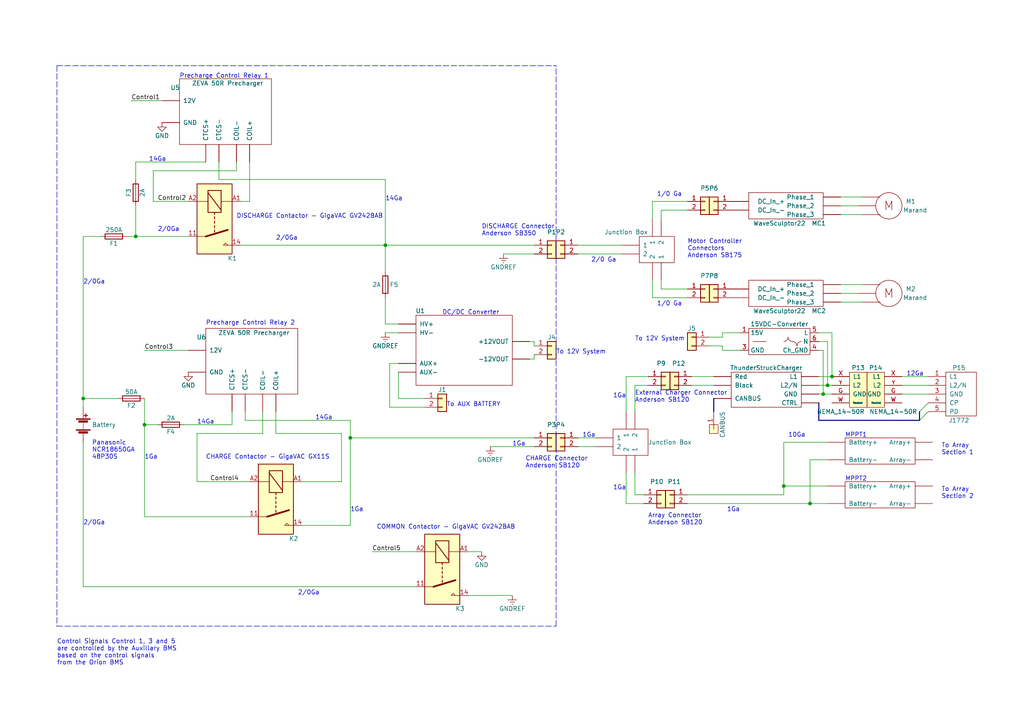
<source format=kicad_sch>
(kicad_sch (version 20211123) (generator eeschema)
  (paper "A4")
  (title_block (title "Generation 5 High Voltage Schematic") (date "2022-03-26") (rev "F") (company "University of Calgary Solar Car Team") (comment 1 "Last Modified by: Andy Smit"))
  (lib_symbols
    (symbol "15VDC-Converter:15VDC-Converter"
      (property "Value" "15VDC-Converter" (at 0 7.62 0))
      (symbol "15VDC-Converter_0_1"
        (rectangle (start -8.89 3.81) (end 8.89 -3.81))
        (polyline (pts (xy -7.62 0) (xy -3.81 0)))
        (arc (start 1.27 0) (mid 3.438 -0.898) (end 2.54 1.27))
        (arc (start 2.54 1.27) (mid 1.642 -0.898) (end 3.81 0))
        (arc (start 5.08 -1.27) (mid 5.978 0.898) (end 3.81 0))
        (arc (start 6.35 0) (mid 4.182 0.898) (end 5.08 -1.27))
      )
      (symbol "15VDC-Converter_1_1"
        (pin input line (at -11.43 2.54 0) (length 2.54) (name "15V") (number "1"))
        (pin input line (at -11.43 -2.54 0) (length 2.54) (name "GND") (number "3"))
        (pin input line (at 11.43 -2.54 180) (length 2.54) (name "Ch_GND") (number "4"))
        (pin input line (at 11.43 2.54 180) (length 2.54) (name "L") (number "5"))
        (pin input line (at 11.43 0 180) (length 2.54) (name "N") (number "6"))
      )
    )
    (symbol "CANBUS:CANBUS" (pin_names (offset 1.016))
      (property "Value" "CANBUS" (at 0 0 0))
      (symbol "CANBUS_0_1"
        (rectangle (start 1.27 -3.81) (end -1.27 -1.27) (fill (type background)))
      )
      (symbol "CANBUS_1_1"
        (pin passive line (at 0 -2.54 0) (length 5.08) (name "~") (number "1"))
      )
    )
    (symbol "Connector_Generic:Conn_01x02" (pin_names (offset 1.016) hide)
      (property "Reference" "J" (at 0 2.54 0))
      (property "Value" "Conn_01x02" (at 0 -5.08 0))
      (symbol "Conn_01x02_1_1"
        (rectangle (start -1.27 -2.413) (end 0 -2.667) (stroke (width 0.1524)))
        (rectangle (start -1.27 0.127) (end 0 -0.127) (stroke (width 0.1524)))
        (rectangle (start -1.27 1.27) (end 1.27 -3.81) (stroke (width 0.254)) (fill (type background)))
        (pin passive line (at -5.08 0 0) (length 3.81) (name "Pin_1") (number "1"))
        (pin passive line (at -5.08 -2.54 0) (length 3.81) (name "Pin_2") (number "2"))
      )
    )
    (symbol "Device:Battery" (pin_numbers hide) (pin_names (offset 0) hide)
      (property "Reference" "BT" (at 2.54 2.54 0))
      (property "Value" "Battery" (at 2.54 0 0))
      (symbol "Battery_0_1"
        (rectangle (start -2.032 -1.397) (end 2.032 -1.651) (fill (type outline)))
        (rectangle (start -2.032 1.778) (end 2.032 1.524) (fill (type outline)))
        (rectangle (start -1.3208 -1.9812) (end 1.27 -2.4892) (fill (type outline)))
        (rectangle (start -1.3208 1.1938) (end 1.27 0.6858) (fill (type outline)))
        (polyline (pts (xy 0 -1.524) (xy 0 -1.27)))
        (polyline (pts (xy 0 -1.016) (xy 0 -0.762)))
        (polyline (pts (xy 0 -0.508) (xy 0 -0.254)))
        (polyline (pts (xy 0 0) (xy 0 0.254)))
        (polyline (pts (xy 0 0.508) (xy 0 0.762)))
        (polyline (pts (xy 0 1.778) (xy 0 2.54)))
        (polyline (pts (xy 0.254 2.667) (xy 1.27 2.667)) (stroke (width 0.254)))
        (polyline (pts (xy 0.762 3.175) (xy 0.762 2.159)) (stroke (width 0.254)))
      )
      (symbol "Battery_1_1"
        (pin passive line (at 0 5.08 270) (length 2.54) (name "+") (number "1"))
        (pin passive line (at 0 -5.08 90) (length 2.54) (name "-") (number "2"))
      )
    )
    (symbol "Device:Fuse" (pin_numbers hide) (pin_names (offset 0))
      (property "Reference" "F" (at 2.032 0 90))
      (property "Value" "Fuse" (at -1.905 0 90))
      (symbol "Fuse_0_1"
        (rectangle (start -0.762 -2.54) (end 0.762 2.54) (stroke (width 0.254)))
        (polyline (pts (xy 0 2.54) (xy 0 -2.54)))
      )
      (symbol "Fuse_1_1"
        (pin passive line (at 0 3.81 270) (length 1.27) (name "~") (number "1"))
        (pin passive line (at 0 -3.81 90) (length 1.27) (name "~") (number "2"))
      )
    )
    (symbol "HV_Schematic-rescue:PreCharger-RESCUE-HV_Schematic" (pin_names (offset 1.016))
      (property "Reference" "U" (at -12.7 10.16 0))
      (property "Value" "PreCharger-RESCUE-HV_Schematic" (at -1.27 10.16 0))
      (symbol "PreCharger-RESCUE-HV_Schematic_0_1"
        (rectangle (start -13.97 8.89) (end 12.7 -10.16))
      )
      (symbol "PreCharger-RESCUE-HV_Schematic_1_1"
        (pin input line (at -19.05 2.54 0) (length 5.08) (name "12V") (number "~"))
        (pin input line (at 6.35 -15.24 90) (length 5.08) (name "COIL+") (number "~"))
        (pin input line (at 2.54 -15.24 90) (length 5.08) (name "COIL-") (number "~"))
        (pin input line (at -6.35 -15.24 90) (length 5.08) (name "CTCS+") (number "~"))
        (pin input line (at -2.54 -15.24 90) (length 5.08) (name "CTCS-") (number "~"))
        (pin input line (at -19.05 -3.81 0) (length 5.08) (name "GND") (number "~"))
      )
    )
    (symbol "Relay:FINDER-32.21-x300"
      (property "Reference" "K" (at 11.43 3.81 0))
      (property "Value" "FINDER-32.21-x300" (at 11.43 1.27 0))
      (symbol "FINDER-32.21-x300_0_1"
        (rectangle (start -10.16 5.08) (end 10.16 -5.08) (stroke (width 0.254)) (fill (type background)))
        (rectangle (start -8.255 1.905) (end -1.905 -1.905) (stroke (width 0.254)))
        (polyline (pts (xy -7.62 -1.905) (xy -2.54 1.905)) (stroke (width 0.254)))
        (polyline (pts (xy -5.08 -5.08) (xy -5.08 -1.905)))
        (polyline (pts (xy -5.08 5.08) (xy -5.08 1.905)))
        (polyline (pts (xy -1.905 0) (xy -1.27 0)) (stroke (width 0.254)))
        (polyline (pts (xy -0.635 0) (xy 0 0)) (stroke (width 0.254)))
        (polyline (pts (xy 0.635 0) (xy 1.27 0)) (stroke (width 0.254)))
        (polyline (pts (xy 1.905 0) (xy 2.54 0)) (stroke (width 0.254)))
        (polyline (pts (xy 3.175 0) (xy 3.81 0)) (stroke (width 0.254)))
        (polyline (pts (xy 5.08 -2.54) (xy 3.175 3.81)) (stroke (width 0.508)))
        (polyline (pts (xy 5.08 -2.54) (xy 5.08 -5.08)))
        (polyline (pts (xy 7.62 5.08) (xy 7.62 2.54) (xy 6.985 3.175) (xy 7.62 3.81)))
      )
      (symbol "FINDER-32.21-x300_1_1"
        (pin passive line (at 5.08 -7.62 90) (length 2.54) (name "~") (number "11"))
        (pin passive line (at 7.62 7.62 270) (length 2.54) (name "~") (number "14"))
        (pin passive line (at -5.08 7.62 270) (length 2.54) (name "~") (number "A1"))
        (pin passive line (at -5.08 -7.62 90) (length 2.54) (name "~") (number "A2"))
      )
    )
    (symbol "connectors:J1772" (pin_names (offset 1.016))
      (property "Reference" "P" (at 2.54 0 0))
      (property "Value" "J1772" (at 2.54 -15.24 0))
      (symbol "J1772_0_1"
        (rectangle (start -1.27 -1.27) (end 7.62 -13.97))
      )
      (symbol "J1772_1_1"
        (pin input line (at -6.35 -2.54 0) (length 5.08) (name "L1") (number "1"))
        (pin input line (at -6.35 -5.08 0) (length 5.08) (name "L2/N") (number "2"))
        (pin input line (at -6.35 -7.62 0) (length 5.08) (name "GND") (number "3"))
        (pin input line (at -6.35 -10.16 0) (length 5.08) (name "CP") (number "4"))
        (pin input line (at -6.35 -12.7 0) (length 5.08) (name "PD") (number "5"))
      )
    )
    (symbol "connectors:NEMA_14-50R" (pin_names (offset 1.016))
      (property "Value" "NEMA_14-50R" (at 0 -6.35 0))
      (symbol "NEMA_14-50R_0_1"
        (rectangle (start -2.54 -5.08) (end 2.54 5.08) (fill (type background)))
      )
      (symbol "NEMA_14-50R_1_1"
        (pin input line (at -7.62 -1.27 0) (length 5.0038) (name "GND") (number "G"))
        (pin input line (at -7.62 -3.81 0) (length 5.0038) (name "Neutral") (number "W"))
        (pin input line (at -7.62 3.81 0) (length 5.08) (name "L1") (number "X"))
        (pin input line (at -7.62 1.27 0) (length 5.0038) (name "L2") (number "Y"))
      )
    )
    (symbol "dc:DC_DC" (pin_names (offset 1.016))
      (property "Reference" "U1" (at -13.97 13.97 0))
      (property "Value" "dc_DC_DC" (at -12.7 11.43 0))
      (symbol "DC_DC_0_1"
        (rectangle (start -15.24 10.16) (end 12.7 -10.16))
      )
      (symbol "DC_DC_1_1"
        (pin input line (at 17.78 2.54 180) (length 5.08) (name "+12VOUT") (number "~"))
        (pin input line (at 17.78 -2.54 180) (length 5.08) (name "-12VOUT") (number "~"))
        (pin input line (at -20.32 -3.81 0) (length 5.08) (name "AUX+") (number "~"))
        (pin input line (at -20.32 -6.35 0) (length 5.08) (name "AUX-") (number "~"))
        (pin input line (at -20.32 7.62 0) (length 5.08) (name "HV+") (number "~"))
        (pin input line (at -20.32 5.08 0) (length 5.08) (name "HV-") (number "~"))
      )
    )
    (symbol "junctionbox:JunctionBox" (pin_names (offset 1.016))
      (property "Reference" "J" (at 6.35 2.54 0))
      (property "Value" "JunctionBox" (at 11.43 0 0))
      (symbol "JunctionBox_0_1"
        (rectangle (start -5.08 3.81) (end 5.08 -3.81))
      )
      (symbol "JunctionBox_1_1"
        (pin input line (at -10.16 1.27 0) (length 5.08) (name "1") (number "~"))
        (pin input line (at -1.27 8.89 270) (length 5.08) (name "1") (number "~"))
        (pin input line (at 1.27 -8.89 90) (length 5.08) (name "1") (number "~"))
        (pin input line (at -10.16 -1.27 0) (length 5.08) (name "2") (number "~"))
        (pin input line (at -1.27 -8.89 90) (length 5.08) (name "2") (number "~"))
        (pin input line (at 1.27 8.89 270) (length 5.08) (name "2") (number "~"))
      )
    )
    (symbol "marand:Marand" (pin_names (offset 1.016))
      (property "Reference" "M" (at 6.35 1.27 0))
      (property "Value" "Marand" (at 7.62 -1.27 0))
      (symbol "Marand_0_0"
        (text "M" (at 0 0 0) (effects (font (size 2.54 2.54))))
      )
      (symbol "Marand_0_1"
        (circle (center 0 0) (radius 3.81))
      )
      (symbol "Marand_1_1"
        (pin input line (at -8.89 0 0) (length 5.08) (name "~") (number "~"))
        (pin input line (at -7.62 -2.54 0) (length 5.08) (name "~") (number "~"))
        (pin input line (at -7.62 2.54 0) (length 5.08) (name "~") (number "~"))
      )
    )
    (symbol "mppt:MPPT" (pin_names (offset 1.016))
      (property "Reference" "U" (at -1.27 8.89 0))
      (property "Value" "MPPT" (at 0 6.35 0))
      (symbol "MPPT_0_0"
        (rectangle (start -8.89 -3.81) (end 11.43 3.81))
      )
      (symbol "MPPT_1_1"
        (pin input line (at 16.51 2.54 180) (length 5.08) (name "Array+") (number "~"))
        (pin input line (at 16.51 -2.54 180) (length 5.08) (name "Array-") (number "~"))
        (pin input line (at -13.97 2.54 0) (length 5.08) (name "Battery+") (number "~"))
        (pin input line (at -13.97 -2.54 0) (length 5.08) (name "Battery-") (number "~"))
      )
    )
    (symbol "power:GND" (power) (pin_names (offset 0))
      (property "Value" "GND" (at 0 -3.81 0))
      (symbol "GND_0_1"
        (polyline (pts (xy 0 0) (xy 0 -1.27) (xy 1.27 -1.27) (xy 0 -2.54) (xy -1.27 -1.27) (xy 0 -1.27)))
      )
      (symbol "GND_1_1"
        (pin power_in line (at 0 0 270) (length 0) hide (name "GND") (number "1"))
      )
    )
    (symbol "power:GNDREF" (power) (pin_names (offset 0))
      (property "Value" "GNDREF" (at 0 -3.81 0))
      (symbol "GNDREF_0_1"
        (polyline (pts (xy -0.635 -1.905) (xy 0.635 -1.905)))
        (polyline (pts (xy -0.127 -2.54) (xy 0.127 -2.54)))
        (polyline (pts (xy 0 -1.27) (xy 0 0)))
        (polyline (pts (xy 1.27 -1.27) (xy -1.27 -1.27)))
      )
      (symbol "GNDREF_1_1"
        (pin power_in line (at 0 0 270) (length 0) hide (name "GNDREF") (number "1"))
      )
    )
    (symbol "thunderstruckcharger:ThunderStruckCharger" (pin_names (offset 1.016))
      (property "Value" "ThunderStruckCharger" (at -5.08 -3.81 0))
      (symbol "ThunderStruckCharger_0_1"
        (rectangle (start -15.24 -5.08) (end 5.08 -15.24))
      )
      (symbol "ThunderStruckCharger_1_1"
        (pin input line (at -20.32 -8.89 0) (length 5.08) (name "Black") (number "~"))
        (pin input line (at -20.32 -12.7 0) (length 5.08) (name "CANBUS") (number "~"))
        (pin input line (at 10.16 -13.97 180) (length 5.08) (name "CTRL") (number "~"))
        (pin input line (at 10.16 -11.43 180) (length 5.08) (name "GND") (number "~"))
        (pin input line (at 10.16 -6.35 180) (length 5.08) (name "L1") (number "~"))
        (pin input line (at 10.16 -8.89 180) (length 5.08) (name "L2/N") (number "~"))
        (pin input line (at -20.32 -6.35 0) (length 5.08) (name "Red") (number "~"))
      )
    )
    (symbol "wavesculptor22:WaveSculptor22" (pin_names (offset 2.54))
      (property "Reference" "MC" (at 10.16 -5.08 0))
      (property "Value" "WaveSculptor22" (at -1.27 -5.08 0))
      (symbol "WaveSculptor22_0_1"
        (rectangle (start -10.16 3.81) (end 11.43 -3.81))
      )
      (symbol "WaveSculptor22_1_1"
        (pin input line (at -15.24 1.27 0) (length 5.08) (name "DC_In_+") (number "~"))
        (pin input line (at -15.24 -1.27 0) (length 5.08) (name "DC_In_-") (number "~"))
        (pin input line (at 16.51 2.54 180) (length 5.08) (name "Phase_1") (number "~"))
        (pin input line (at 16.51 0 180) (length 5.08) (name "Phase_2") (number "~"))
        (pin input line (at 16.51 -2.54 180) (length 5.08) (name "Phase_3") (number "~"))
      )
    )
  )
  (junction (at 238.76 114.3))
  (junction (at 111.76 71.12))
  (junction (at 227.33 140.97))
  (junction (at 241.3 109.22))
  (junction (at 24.13 115.57))
  (junction (at 39.37 68.58))
  (junction (at 101.6 127))
  (junction (at 234.95 146.05))
  (junction (at 240.03 111.76))
  (junction (at 41.91 123.19))
  (bus_entry (at 266.7 121.92) (size 2.54 -2.54))
  (bus_entry (at 266.7 119.38) (size 2.54 -2.54))
  (wire (pts (xy 243.84 57.15) (xy 250.19 57.15)))
  (wire (pts (xy 200.66 111.76) (xy 207.01 111.76)))
  (wire (pts (xy 111.76 86.36) (xy 111.76 93.98)))
  (wire (pts (xy 240.03 146.05) (xy 234.95 146.05)))
  (wire (pts (xy 101.6 127) (xy 154.94 127)))
  (wire (pts (xy 240.03 99.06) (xy 240.03 111.76)))
  (wire (pts (xy 184.15 143.51) (xy 186.69 143.51)))
  (wire (pts (xy 111.76 93.98) (xy 115.57 93.98)))
  (wire (pts (xy 107.95 160.02) (xy 120.65 160.02)))
  (wire (pts (xy 101.6 152.4) (xy 87.63 152.4)))
  (wire (pts (xy 184.15 137.16) (xy 184.15 143.51)))
  (wire (pts (xy 111.76 71.12) (xy 111.76 78.74)))
  (wire (pts (xy 57.15 139.7) (xy 72.39 139.7)))
  (wire (pts (xy 199.39 146.05) (xy 234.95 146.05)))
  (wire (pts (xy 241.3 96.52) (xy 237.49 96.52)))
  (wire (pts (xy 38.1 29.21) (xy 46.99 29.21)))
  (wire (pts (xy 240.03 99.06) (xy 237.49 99.06)))
  (wire (pts (xy 115.57 115.57) (xy 123.19 115.57)))
  (wire (pts (xy 24.13 115.57) (xy 24.13 118.11)))
  (wire (pts (xy 39.37 59.69) (xy 39.37 68.58)))
  (wire (pts (xy 53.34 123.19) (xy 67.31 123.19)))
  (wire (pts (xy 227.33 128.27) (xy 240.03 128.27)))
  (wire (pts (xy 142.24 129.54) (xy 154.94 129.54)))
  (wire (pts (xy 209.55 97.79) (xy 205.74 97.79)))
  (wire (pts (xy 243.84 62.23) (xy 250.19 62.23)))
  (wire (pts (xy 167.64 127) (xy 172.72 127)))
  (wire (pts (xy 237.49 111.76) (xy 240.03 111.76)))
  (wire (pts (xy 39.37 46.99) (xy 59.69 46.99)))
  (wire (pts (xy 200.66 109.22) (xy 207.01 109.22)))
  (wire (pts (xy 191.77 81.28) (xy 191.77 83.82)))
  (wire (pts (xy 227.33 140.97) (xy 227.33 143.51)))
  (wire (pts (xy 111.76 71.12) (xy 154.94 71.12)))
  (wire (pts (xy 184.15 111.76) (xy 184.15 119.38)))
  (wire (pts (xy 113.03 105.41) (xy 115.57 105.41)))
  (wire (pts (xy 72.39 46.99) (xy 72.39 58.42)))
  (wire (pts (xy 241.3 96.52) (xy 241.3 109.22)))
  (wire (pts (xy 146.05 73.66) (xy 154.94 73.66)))
  (wire (pts (xy 41.91 123.19) (xy 41.91 149.86)))
  (wire (pts (xy 101.6 121.92) (xy 101.6 127)))
  (wire (pts (xy 36.83 68.58) (xy 39.37 68.58)))
  (wire (pts (xy 214.63 96.52) (xy 209.55 96.52)))
  (wire (pts (xy 41.91 149.86) (xy 72.39 149.86)))
  (wire (pts (xy 24.13 68.58) (xy 29.21 68.58)))
  (wire (pts (xy 135.89 172.72) (xy 148.59 172.72)))
  (wire (pts (xy 209.55 96.52) (xy 209.55 97.79)))
  (wire (pts (xy 41.91 101.6) (xy 54.61 101.6)))
  (wire (pts (xy 191.77 60.96) (xy 199.39 60.96)))
  (wire (pts (xy 234.95 133.35) (xy 234.95 146.05)))
  (wire (pts (xy 69.85 71.12) (xy 111.76 71.12)))
  (wire (pts (xy 189.23 86.36) (xy 199.39 86.36)))
  (wire (pts (xy 72.39 58.42) (xy 69.85 58.42)))
  (bus (pts (xy 237.49 116.84) (xy 237.49 121.92)))
  (wire (pts (xy 113.03 105.41) (xy 113.03 118.11)))
  (wire (pts (xy 261.62 114.3) (xy 269.24 114.3)))
  (wire (pts (xy 243.84 85.09) (xy 248.92 85.09)))
  (wire (pts (xy 261.62 111.76) (xy 269.24 111.76)))
  (wire (pts (xy 57.15 139.7) (xy 57.15 125.73)))
  (wire (pts (xy 261.62 109.22) (xy 269.24 109.22)))
  (wire (pts (xy 154.94 100.33) (xy 154.94 99.06)))
  (wire (pts (xy 243.84 87.63) (xy 250.19 87.63)))
  (wire (pts (xy 181.61 146.05) (xy 186.69 146.05)))
  (wire (pts (xy 209.55 100.33) (xy 209.55 101.6)))
  (wire (pts (xy 191.77 63.5) (xy 191.77 60.96)))
  (wire (pts (xy 44.45 49.53) (xy 68.58 49.53)))
  (wire (pts (xy 76.2 125.73) (xy 76.2 119.38)))
  (polyline (pts (xy 16.51 19.05) (xy 16.51 181.61)))
  (wire (pts (xy 167.64 129.54) (xy 172.72 129.54)))
  (wire (pts (xy 39.37 68.58) (xy 54.61 68.58)))
  (bus (pts (xy 266.7 121.92) (xy 266.7 119.38)))
  (wire (pts (xy 189.23 81.28) (xy 189.23 86.36)))
  (wire (pts (xy 24.13 170.18) (xy 120.65 170.18)))
  (wire (pts (xy 209.55 101.6) (xy 214.63 101.6)))
  (wire (pts (xy 181.61 109.22) (xy 187.96 109.22)))
  (wire (pts (xy 238.76 101.6) (xy 237.49 101.6)))
  (wire (pts (xy 41.91 115.57) (xy 41.91 123.19)))
  (wire (pts (xy 24.13 128.27) (xy 24.13 170.18)))
  (wire (pts (xy 57.15 125.73) (xy 76.2 125.73)))
  (wire (pts (xy 227.33 140.97) (xy 240.03 140.97)))
  (wire (pts (xy 44.45 58.42) (xy 54.61 58.42)))
  (wire (pts (xy 199.39 143.51) (xy 227.33 143.51)))
  (wire (pts (xy 68.58 49.53) (xy 68.58 46.99)))
  (polyline (pts (xy 16.51 19.05) (xy 161.29 19.05)))
  (wire (pts (xy 115.57 115.57) (xy 115.57 107.95)))
  (wire (pts (xy 80.01 125.73) (xy 99.06 125.73)))
  (wire (pts (xy 184.15 111.76) (xy 187.96 111.76)))
  (wire (pts (xy 238.76 114.3) (xy 241.3 114.3)))
  (wire (pts (xy 191.77 83.82) (xy 199.39 83.82)))
  (wire (pts (xy 154.94 104.14) (xy 154.94 102.87)))
  (wire (pts (xy 205.74 100.33) (xy 209.55 100.33)))
  (wire (pts (xy 181.61 109.22) (xy 181.61 119.38)))
  (wire (pts (xy 63.5 52.07) (xy 63.5 46.99)))
  (wire (pts (xy 167.64 73.66) (xy 180.34 73.66)))
  (wire (pts (xy 189.23 63.5) (xy 189.23 58.42)))
  (wire (pts (xy 237.49 114.3) (xy 238.76 114.3)))
  (wire (pts (xy 154.94 99.06) (xy 153.67 99.06)))
  (bus (pts (xy 207.01 115.57) (xy 207.01 119.38)))
  (wire (pts (xy 99.06 125.73) (xy 99.06 139.7)))
  (wire (pts (xy 71.12 121.92) (xy 101.6 121.92)))
  (wire (pts (xy 240.03 111.76) (xy 241.3 111.76)))
  (wire (pts (xy 243.84 59.69) (xy 248.92 59.69)))
  (wire (pts (xy 71.12 121.92) (xy 71.12 119.38)))
  (wire (pts (xy 44.45 58.42) (xy 44.45 49.53)))
  (wire (pts (xy 111.76 52.07) (xy 111.76 71.12)))
  (bus (pts (xy 237.49 121.92) (xy 266.7 121.92)))
  (wire (pts (xy 237.49 109.22) (xy 241.3 109.22)))
  (wire (pts (xy 240.03 133.35) (xy 234.95 133.35)))
  (wire (pts (xy 181.61 137.16) (xy 181.61 146.05)))
  (wire (pts (xy 80.01 125.73) (xy 80.01 119.38)))
  (wire (pts (xy 87.63 139.7) (xy 99.06 139.7)))
  (wire (pts (xy 24.13 68.58) (xy 24.13 115.57)))
  (wire (pts (xy 34.29 115.57) (xy 24.13 115.57)))
  (wire (pts (xy 113.03 118.11) (xy 123.19 118.11)))
  (wire (pts (xy 189.23 58.42) (xy 199.39 58.42)))
  (wire (pts (xy 41.91 123.19) (xy 45.72 123.19)))
  (wire (pts (xy 63.5 52.07) (xy 111.76 52.07)))
  (wire (pts (xy 243.84 82.55) (xy 250.19 82.55)))
  (wire (pts (xy 238.76 101.6) (xy 238.76 114.3)))
  (polyline (pts (xy 16.51 181.61) (xy 161.29 181.61)))
  (polyline (pts (xy 161.29 181.61) (xy 161.29 19.05)))
  (wire (pts (xy 167.64 71.12) (xy 180.34 71.12)))
  (wire (pts (xy 115.57 96.52) (xy 111.76 96.52)))
  (wire (pts (xy 153.67 104.14) (xy 154.94 104.14)))
  (wire (pts (xy 39.37 52.07) (xy 39.37 46.99)))
  (wire (pts (xy 135.89 160.02) (xy 139.7 160.02)))
  (wire (pts (xy 227.33 128.27) (xy 227.33 140.97)))
  (wire (pts (xy 101.6 127) (xy 101.6 152.4)))
  (wire (pts (xy 67.31 123.19) (xy 67.31 119.38)))
  (text "12Ga" (at 262.89 109.22 0) (effects (font (size 1.27 1.27)) (justify left bottom)))
  (text "14Ga" (at 91.44 121.92 0) (effects (font (size 1.27 1.27)) (justify left bottom)))
  (text "Precharge Control Relay 1" (at 52.07 22.86 0) (effects (font (size 1.27 1.27)) (justify left bottom)))
  (text "MPPT2" (at 245.11 139.7 0) (effects (font (size 1.27 1.27)) (justify left bottom)))
  (text "DC/DC Converter" (at 128.27 91.44 0) (effects (font (size 1.27 1.27)) (justify left bottom)))
  (text "Control Signals Control 1, 3 and 5\nare controlled by the Auxillary BMS \nbased on the control signals \nfrom the Orion BMS" (at 16.51 193.04 0) (effects (font (size 1.27 1.27)) (justify left bottom)))
  (text "To Array \nSection 1\n" (at 273.05 132.08 0) (effects (font (size 1.27 1.27)) (justify left bottom)))
  (text "1Ga" (at 41.91 133.35 0) (effects (font (size 1.27 1.27)) (justify left bottom)))
  (text "14Ga" (at 57.15 123.19 0) (effects (font (size 1.27 1.27)) (justify left bottom)))
  (text "Precharge Control Relay 2\n\n" (at 59.69 96.52 0) (effects (font (size 1.27 1.27)) (justify left bottom)))
  (text "1Ga" (at 148.59 129.54 0) (effects (font (size 1.27 1.27)) (justify left bottom)))
  (text "To 12V System" (at 161.29 102.87 0) (effects (font (size 1.27 1.27)) (justify left bottom)))
  (text "1Ga" (at 101.6 148.59 0) (effects (font (size 1.27 1.27)) (justify left bottom)))
  (text "1Ga" (at 177.8 142.24 0) (effects (font (size 1.27 1.27)) (justify left bottom)))
  (text "External Charger Connector\nAnderson SB120" (at 184.15 116.84 0) (effects (font (size 1.27 1.27)) (justify left bottom)))
  (text "1Ga" (at 168.91 127 0) (effects (font (size 1.27 1.27)) (justify left bottom)))
  (text "10Ga" (at 228.6 127 0) (effects (font (size 1.27 1.27)) (justify left bottom)))
  (text "2/0Ga" (at 45.72 67.31 0) (effects (font (size 1.27 1.27)) (justify left bottom)))
  (text "COMMON Contactor - GigaVAC GV242BAB" (at 109.22 153.67 0) (effects (font (size 1.27 1.27)) (justify left bottom)))
  (text "Panasonic \nNCR18650GA\n48P30S" (at 26.67 133.35 0) (effects (font (size 1.27 1.27)) (justify left bottom)))
  (text "To AUX BATTERY" (at 129.54 118.11 0) (effects (font (size 1.27 1.27)) (justify left bottom)))
  (text "14Ga" (at 43.18 46.99 0) (effects (font (size 1.27 1.27)) (justify left bottom)))
  (text "CHARGE Contactor - GigaVAC GX11S" (at 59.69 133.35 0) (effects (font (size 1.27 1.27)) (justify left bottom)))
  (text "2/0Ga" (at 86.36 172.72 0) (effects (font (size 1.27 1.27)) (justify left bottom)))
  (text "1/0 Ga" (at 190.5 57.15 0) (effects (font (size 1.27 1.27)) (justify left bottom)))
  (text "To Array \nSection 2\n" (at 273.05 144.78 0) (effects (font (size 1.27 1.27)) (justify left bottom)))
  (text "DISCHARGE Contactor - GigaVAC GV242BAB" (at 68.58 63.5 0) (effects (font (size 1.27 1.27)) (justify left bottom)))
  (text "1Ga" (at 210.82 148.59 0) (effects (font (size 1.27 1.27)) (justify left bottom)))
  (text "Motor Controller \nConnectors  \nAnderson SB175\n" (at 199.39 74.93 0) (effects (font (size 1.27 1.27)) (justify left bottom)))
  (text "CHARGE Connector\nAnderson SB120" (at 152.4 135.89 0) (effects (font (size 1.27 1.27)) (justify left bottom)))
  (text "Array Connector\nAnderson SB120" (at 187.96 152.4 0) (effects (font (size 1.27 1.27)) (justify left bottom)))
  (text "1Ga" (at 177.8 115.57 0) (effects (font (size 1.27 1.27)) (justify left bottom)))
  (text "2/0 Ga" (at 171.45 76.2 0) (effects (font (size 1.27 1.27)) (justify left bottom)))
  (text "To 12V System" (at 184.15 99.06 0) (effects (font (size 1.27 1.27)) (justify left bottom)))
  (text "2/0Ga" (at 24.13 82.55 0) (effects (font (size 1.27 1.27)) (justify left bottom)))
  (text "14Ga" (at 111.76 58.42 0) (effects (font (size 1.27 1.27)) (justify left bottom)))
  (text "2/0Ga" (at 24.13 152.4 0) (effects (font (size 1.27 1.27)) (justify left bottom)))
  (text "2/0Ga" (at 80.01 69.85 0) (effects (font (size 1.27 1.27)) (justify left bottom)))
  (text "DISCHARGE Connector  \nAnderson SB350" (at 139.7 68.58 0) (effects (font (size 1.27 1.27)) (justify left bottom)))
  (text "1/0 Ga" (at 190.5 88.9 0) (effects (font (size 1.27 1.27)) (justify left bottom)))
  (text "MPPT1" (at 245.11 127 0) (effects (font (size 1.27 1.27)) (justify left bottom)))
  (label "Control1" (at 38.1 29.21 0))
  (label "Control3" (at 41.91 101.6 0))
  (label "Control5" (at 107.95 160.02 0))
  (label "Control4" (at 60.96 139.7 0))
  (label "Control2" (at 45.72 58.42 0))
  (symbol (lib_id "Device:Battery") (at 24.13 123.19 0) (unit 1)
    (property "Reference" "BT1" (effects hide))
    (property "Value" "Battery" (at 26.67 123.19 0) (effects (justify left)))
  )
  (symbol (lib_id "Device:Fuse") (at 33.02 68.58 270) (unit 1)
    (property "Reference" "F1" (at 33.02 70.612 90))
    (property "Value" "250A" (at 33.02 66.675 90))
  )
  (symbol (lib_id "Relay:FINDER-32.21-x300") (at 62.23 63.5 270) (unit 1)
    (property "Reference" "K1" (at 66.04 74.93 90) (effects (justify left)))
    (property "Value" "DISCHARGE Contactor - Gigavac GX14B" (effects hide))
  )
  (symbol (lib_id "Relay:FINDER-32.21-x300") (at 80.01 144.78 270) (unit 1)
    (property "Reference" "K2" (at 83.82 156.21 90) (effects (justify left)))
    (property "Value" "DISCHARGE Contactor - Gigavac GX14B" (effects hide))
  )
  (symbol (lib_id "Relay:FINDER-32.21-x300") (at 128.27 165.1 270) (unit 1)
    (property "Reference" "K3" (at 132.08 176.53 90) (effects (justify left)))
    (property "Value" "DISCHARGE Contactor - Gigavac GX14B" (effects hide))
  )
  (symbol (lib_id "Connector_Generic:Conn_01x02") (at 160.02 71.12 0) (unit 1)
    (property "Reference" "P1" (at 160.02 67.31 0))
    (property "Value" "CONN_01X02" (effects hide))
  )
  (symbol (lib_id "Connector_Generic:Conn_01x02") (at 160.02 127 0) (unit 1)
    (property "Reference" "P3" (at 160.02 123.19 0))
    (property "Value" "CONN_01X02" (effects hide))
  )
  (symbol (lib_id "Connector_Generic:Conn_01x02") (at 162.56 71.12 0) (mirror y) (unit 1)
    (property "Reference" "P2" (at 162.56 67.31 0))
    (property "Value" "CONN_01X02" (effects hide))
  )
  (symbol (lib_id "Connector_Generic:Conn_01x02") (at 162.56 127 0) (mirror y) (unit 1)
    (property "Reference" "P4" (at 162.56 123.19 0))
    (property "Value" "CONN_01X02" (effects hide))
  )
  (symbol (lib_id "junctionbox:JunctionBox") (at 190.5 72.39 0) (unit 1)
    (property "Reference" "J3" (effects hide))
    (property "Value" "Junction Box" (at 181.61 67.31 0))
  )
  (symbol (lib_id "marand:Marand") (at 257.81 59.69 0) (unit 1)
    (property "Reference" "M1" (at 264.16 58.42 0))
    (property "Value" "Marand" (at 265.43 60.96 0))
  )
  (symbol (lib_id "marand:Marand") (at 257.81 85.09 0) (unit 1)
    (property "Reference" "M2" (at 264.16 83.82 0))
    (property "Value" "Marand" (at 265.43 86.36 0))
  )
  (symbol (lib_id "junctionbox:JunctionBox") (at 182.88 128.27 0) (unit 1)
    (property "Reference" "J2" (effects hide))
    (property "Value" "Junction Box" (at 194.31 128.27 0))
  )
  (symbol (lib_id "wavesculptor22:WaveSculptor22") (at 227.33 59.69 0) (unit 1)
    (property "Reference" "MC1" (at 237.49 64.77 0))
    (property "Value" "WaveSculptor22" (at 226.06 64.77 0))
  )
  (symbol (lib_id "wavesculptor22:WaveSculptor22") (at 227.33 85.09 0) (unit 1)
    (property "Reference" "MC2" (at 237.49 90.17 0))
    (property "Value" "WaveSculptor22" (at 226.06 90.17 0))
  )
  (symbol (lib_id "mppt:MPPT") (at 254 130.81 0) (unit 1)
    (property "Reference" "U2" (effects hide))
    (property "Value" "MPPT" (effects hide))
  )
  (symbol (lib_id "mppt:MPPT") (at 254 143.51 0) (unit 1)
    (property "Reference" "U3" (effects hide))
    (property "Value" "MPPT" (effects hide))
  )
  (symbol (lib_id "Connector_Generic:Conn_01x02") (at 193.04 109.22 0) (unit 1)
    (property "Reference" "P9" (at 191.77 105.41 0))
    (property "Value" "CONN_01X02" (effects hide))
  )
  (symbol (lib_id "Connector_Generic:Conn_01x02") (at 191.77 143.51 0) (unit 1)
    (property "Reference" "P10" (at 190.5 139.7 0))
    (property "Value" "CONN_01X02" (effects hide))
  )
  (symbol (lib_id "Connector_Generic:Conn_01x02") (at 194.31 143.51 0) (mirror y) (unit 1)
    (property "Reference" "P11" (at 195.58 139.7 0))
    (property "Value" "CONN_01X02" (effects hide))
  )
  (symbol (lib_id "Connector_Generic:Conn_01x02") (at 204.47 58.42 0) (unit 1)
    (property "Reference" "P5" (at 204.47 54.61 0))
    (property "Value" "CONN_01X02" (effects hide))
  )
  (symbol (lib_id "Connector_Generic:Conn_01x02") (at 207.01 58.42 0) (mirror y) (unit 1)
    (property "Reference" "P6" (at 207.01 54.61 0))
    (property "Value" "CONN_01X02" (effects hide))
  )
  (symbol (lib_id "Connector_Generic:Conn_01x02") (at 204.47 83.82 0) (unit 1)
    (property "Reference" "P7" (at 204.47 80.01 0))
    (property "Value" "CONN_01X02" (effects hide))
  )
  (symbol (lib_id "Connector_Generic:Conn_01x02") (at 207.01 83.82 0) (mirror y) (unit 1)
    (property "Reference" "P8" (at 207.01 80.01 0))
    (property "Value" "CONN_01X02" (effects hide))
  )
  (symbol (lib_id "power:GND") (at 46.99 35.56 0) (unit 1)
    (property "Reference" "#PWR01" (effects hide))
    (property "Value" "GND" (at 46.99 39.37 0))
  )
  (symbol (lib_id "power:GND") (at 139.7 160.02 0) (unit 1)
    (property "Reference" "#PWR04" (effects hide))
    (property "Value" "GND" (at 139.7 163.83 0))
  )
  (symbol (lib_id "Device:Fuse") (at 38.1 115.57 270) (unit 1)
    (property "Reference" "F2" (at 38.1 117.602 90))
    (property "Value" "50A" (at 38.1 113.665 90))
  )
  (symbol (lib_id "Device:Fuse") (at 39.37 55.88 180) (unit 1)
    (property "Reference" "F3" (at 37.338 55.88 90))
    (property "Value" "2A" (at 41.275 55.88 90))
  )
  (symbol (lib_id "Device:Fuse") (at 49.53 123.19 270) (unit 1)
    (property "Reference" "F4" (at 49.53 125.222 90))
    (property "Value" "2A" (at 49.53 121.285 90))
  )
  (symbol (lib_id "dc:DC_DC") (at 135.89 101.6 0) (unit 1)
    (property "Reference" "U1" (at 121.92 90.17 0))
    (property "Value" "DC/DC" (effects hide))
  )
  (symbol (lib_id "Connector_Generic:Conn_01x02") (at 128.27 115.57 0) (unit 1)
    (property "Reference" "J1" (at 128.27 113.03 0))
    (property "Value" "Conn_01x02" (effects hide))
  )
  (symbol (lib_id "Connector_Generic:Conn_01x02") (at 160.02 100.33 0) (unit 1)
    (property "Reference" "J4" (at 160.02 97.79 0))
    (property "Value" "Conn_01x02" (effects hide))
  )
  (symbol (lib_id "Device:Fuse") (at 111.76 82.55 0) (unit 1)
    (property "Reference" "F5" (at 114.3 82.55 0))
    (property "Value" "2A" (at 109.22 82.55 0))
  )
  (symbol (lib_id "power:GNDREF") (at 146.05 73.66 0) (unit 1)
    (property "Reference" "#PWR06" (effects hide))
    (property "Value" "GNDREF" (at 146.05 77.47 0))
  )
  (symbol (lib_id "power:GNDREF") (at 148.59 172.72 0) (unit 1)
    (property "Reference" "#PWR07" (effects hide))
    (property "Value" "GNDREF" (at 148.59 176.53 0))
  )
  (symbol (lib_id "power:GNDREF") (at 111.76 96.52 0) (unit 1)
    (property "Reference" "#PWR03" (effects hide))
    (property "Value" "GNDREF" (at 111.76 100.33 0))
  )
  (symbol (lib_id "power:GNDREF") (at 142.24 129.54 0) (unit 1)
    (property "Reference" "#PWR05" (effects hide))
    (property "Value" "GNDREF" (at 142.24 133.35 0))
  )
  (symbol (lib_id "power:GND") (at 54.61 107.95 0) (unit 1)
    (property "Reference" "#PWR02" (effects hide))
    (property "Value" "GND" (at 54.61 111.76 0))
  )
  (symbol (lib_id "HV_Schematic-rescue:PreCharger-RESCUE-HV_Schematic") (at 73.66 104.14 0) (unit 1)
    (property "Reference" "U6" (at 58.42 97.79 0))
    (property "Value" "ZEVA 50R Precharger" (at 73.66 96.52 0))
  )
  (symbol (lib_id "HV_Schematic-rescue:PreCharger-RESCUE-HV_Schematic") (at 66.04 31.75 0) (unit 1)
    (property "Reference" "U5" (at 50.8 25.4 0))
    (property "Value" "ZEVA 50R Precharger" (at 66.04 24.13 0))
  )
  (symbol (lib_id "Connector_Generic:Conn_01x02") (at 195.58 109.22 0) (mirror y) (unit 1)
    (property "Reference" "P12" (at 196.85 105.41 0))
    (property "Value" "CONN_01X02" (effects hide))
  )
  (symbol (lib_id "connectors:NEMA_14-50R") (at 248.92 113.03 0) (unit 1)
    (property "Reference" "P13" (at 248.92 106.68 0))
    (property "Value" "NEMA_14-50R" (at 243.84 119.38 0))
  )
  (symbol (lib_id "thunderstruckcharger:ThunderStruckCharger") (at 227.33 102.87 0) (unit 1)
    (property "Reference" "U7" (effects hide))
    (property "Value" "ThunderStruckCharger" (at 222.25 106.68 0))
  )
  (symbol (lib_id "connectors:NEMA_14-50R") (at 254 113.03 0) (mirror y) (unit 1)
    (property "Reference" "P14" (at 254 106.68 0))
    (property "Value" "NEMA_14-50R" (at 259.08 119.38 0))
  )
  (symbol (lib_id "CANBUS:CANBUS") (at 204.47 124.46 90) (unit 1)
    (property "Reference" "U4" (effects hide))
    (property "Value" "CANBUS" (at 209.55 123.19 0))
  )
  (symbol (lib_id "connectors:J1772") (at 275.59 106.68 0) (unit 1)
    (property "Reference" "P15" (at 278.13 106.68 0))
    (property "Value" "J1772" (at 278.13 121.92 0))
  )
  (symbol (lib_id "15VDC-Converter:15VDC-Converter") (at 226.06 99.06 0) (unit 1)
    (property "Reference" "U8" (effects hide))
    (property "Value" "15VDC-Converter" (at 226.06 93.98 0))
  )
  (symbol (lib_id "Connector_Generic:Conn_01x02") (at 200.66 97.79 0) (mirror y) (unit 1)
    (property "Reference" "J5" (at 200.66 95.25 0))
    (property "Value" "Conn_01x02" (effects hide))
  )
)
</source>
